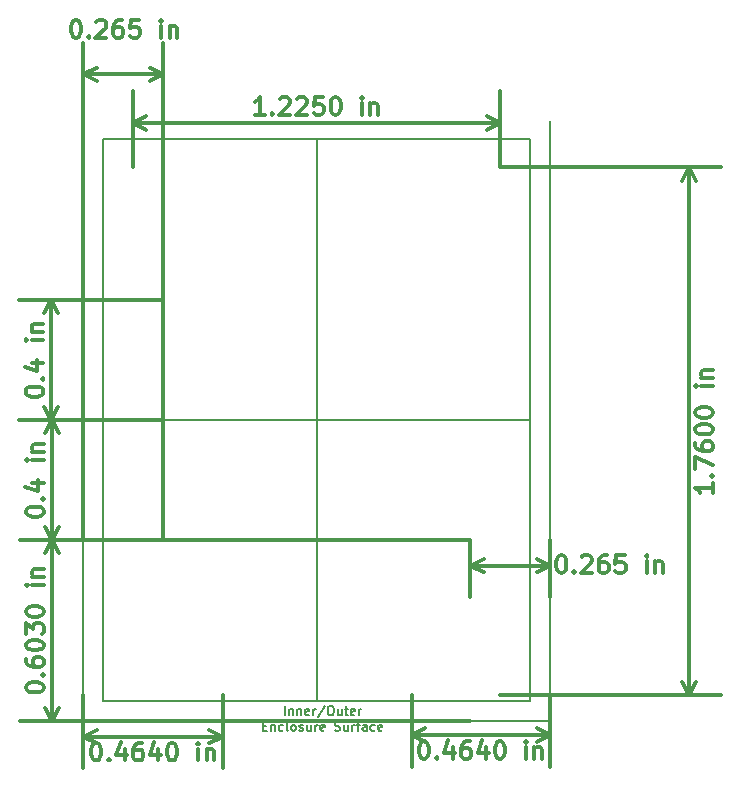
<source format=gbr>
G04 #@! TF.FileFunction,Drawing*
%FSLAX46Y46*%
G04 Gerber Fmt 4.6, Leading zero omitted, Abs format (unit mm)*
G04 Created by KiCad (PCBNEW 4.0.4-stable) date Sunday, February 26, 2017 'PMt' 06:01:27 PM*
%MOMM*%
%LPD*%
G01*
G04 APERTURE LIST*
%ADD10C,0.100000*%
%ADD11C,0.300000*%
%ADD12C,0.150000*%
%ADD13C,0.190500*%
G04 APERTURE END LIST*
D10*
D11*
X124650229Y-40732971D02*
X124793086Y-40732971D01*
X124935943Y-40804400D01*
X125007372Y-40875829D01*
X125078801Y-41018686D01*
X125150229Y-41304400D01*
X125150229Y-41661543D01*
X125078801Y-41947257D01*
X125007372Y-42090114D01*
X124935943Y-42161543D01*
X124793086Y-42232971D01*
X124650229Y-42232971D01*
X124507372Y-42161543D01*
X124435943Y-42090114D01*
X124364515Y-41947257D01*
X124293086Y-41661543D01*
X124293086Y-41304400D01*
X124364515Y-41018686D01*
X124435943Y-40875829D01*
X124507372Y-40804400D01*
X124650229Y-40732971D01*
X125793086Y-42090114D02*
X125864514Y-42161543D01*
X125793086Y-42232971D01*
X125721657Y-42161543D01*
X125793086Y-42090114D01*
X125793086Y-42232971D01*
X126435943Y-40875829D02*
X126507372Y-40804400D01*
X126650229Y-40732971D01*
X127007372Y-40732971D01*
X127150229Y-40804400D01*
X127221658Y-40875829D01*
X127293086Y-41018686D01*
X127293086Y-41161543D01*
X127221658Y-41375829D01*
X126364515Y-42232971D01*
X127293086Y-42232971D01*
X128578800Y-40732971D02*
X128293086Y-40732971D01*
X128150229Y-40804400D01*
X128078800Y-40875829D01*
X127935943Y-41090114D01*
X127864514Y-41375829D01*
X127864514Y-41947257D01*
X127935943Y-42090114D01*
X128007371Y-42161543D01*
X128150229Y-42232971D01*
X128435943Y-42232971D01*
X128578800Y-42161543D01*
X128650229Y-42090114D01*
X128721657Y-41947257D01*
X128721657Y-41590114D01*
X128650229Y-41447257D01*
X128578800Y-41375829D01*
X128435943Y-41304400D01*
X128150229Y-41304400D01*
X128007371Y-41375829D01*
X127935943Y-41447257D01*
X127864514Y-41590114D01*
X130078800Y-40732971D02*
X129364514Y-40732971D01*
X129293085Y-41447257D01*
X129364514Y-41375829D01*
X129507371Y-41304400D01*
X129864514Y-41304400D01*
X130007371Y-41375829D01*
X130078800Y-41447257D01*
X130150228Y-41590114D01*
X130150228Y-41947257D01*
X130078800Y-42090114D01*
X130007371Y-42161543D01*
X129864514Y-42232971D01*
X129507371Y-42232971D01*
X129364514Y-42161543D01*
X129293085Y-42090114D01*
X131935942Y-42232971D02*
X131935942Y-41232971D01*
X131935942Y-40732971D02*
X131864513Y-40804400D01*
X131935942Y-40875829D01*
X132007370Y-40804400D01*
X131935942Y-40732971D01*
X131935942Y-40875829D01*
X132650228Y-41232971D02*
X132650228Y-42232971D01*
X132650228Y-41375829D02*
X132721656Y-41304400D01*
X132864514Y-41232971D01*
X133078799Y-41232971D01*
X133221656Y-41304400D01*
X133293085Y-41447257D01*
X133293085Y-42232971D01*
X125349000Y-45339000D02*
X132080000Y-45339000D01*
X125349000Y-84759800D02*
X125349000Y-42639000D01*
X132080000Y-84759800D02*
X132080000Y-42639000D01*
X132080000Y-45339000D02*
X130953496Y-45925421D01*
X132080000Y-45339000D02*
X130953496Y-44752579D01*
X125349000Y-45339000D02*
X126475504Y-45925421D01*
X125349000Y-45339000D02*
X126475504Y-44752579D01*
X140704644Y-48756971D02*
X139847501Y-48756971D01*
X140276073Y-48756971D02*
X140276073Y-47256971D01*
X140133216Y-47471257D01*
X139990358Y-47614114D01*
X139847501Y-47685543D01*
X141347501Y-48614114D02*
X141418929Y-48685543D01*
X141347501Y-48756971D01*
X141276072Y-48685543D01*
X141347501Y-48614114D01*
X141347501Y-48756971D01*
X141990358Y-47399829D02*
X142061787Y-47328400D01*
X142204644Y-47256971D01*
X142561787Y-47256971D01*
X142704644Y-47328400D01*
X142776073Y-47399829D01*
X142847501Y-47542686D01*
X142847501Y-47685543D01*
X142776073Y-47899829D01*
X141918930Y-48756971D01*
X142847501Y-48756971D01*
X143418929Y-47399829D02*
X143490358Y-47328400D01*
X143633215Y-47256971D01*
X143990358Y-47256971D01*
X144133215Y-47328400D01*
X144204644Y-47399829D01*
X144276072Y-47542686D01*
X144276072Y-47685543D01*
X144204644Y-47899829D01*
X143347501Y-48756971D01*
X144276072Y-48756971D01*
X145633215Y-47256971D02*
X144918929Y-47256971D01*
X144847500Y-47971257D01*
X144918929Y-47899829D01*
X145061786Y-47828400D01*
X145418929Y-47828400D01*
X145561786Y-47899829D01*
X145633215Y-47971257D01*
X145704643Y-48114114D01*
X145704643Y-48471257D01*
X145633215Y-48614114D01*
X145561786Y-48685543D01*
X145418929Y-48756971D01*
X145061786Y-48756971D01*
X144918929Y-48685543D01*
X144847500Y-48614114D01*
X146633214Y-47256971D02*
X146776071Y-47256971D01*
X146918928Y-47328400D01*
X146990357Y-47399829D01*
X147061786Y-47542686D01*
X147133214Y-47828400D01*
X147133214Y-48185543D01*
X147061786Y-48471257D01*
X146990357Y-48614114D01*
X146918928Y-48685543D01*
X146776071Y-48756971D01*
X146633214Y-48756971D01*
X146490357Y-48685543D01*
X146418928Y-48614114D01*
X146347500Y-48471257D01*
X146276071Y-48185543D01*
X146276071Y-47828400D01*
X146347500Y-47542686D01*
X146418928Y-47399829D01*
X146490357Y-47328400D01*
X146633214Y-47256971D01*
X148918928Y-48756971D02*
X148918928Y-47756971D01*
X148918928Y-47256971D02*
X148847499Y-47328400D01*
X148918928Y-47399829D01*
X148990356Y-47328400D01*
X148918928Y-47256971D01*
X148918928Y-47399829D01*
X149633214Y-47756971D02*
X149633214Y-48756971D01*
X149633214Y-47899829D02*
X149704642Y-47828400D01*
X149847500Y-47756971D01*
X150061785Y-47756971D01*
X150204642Y-47828400D01*
X150276071Y-47971257D01*
X150276071Y-48756971D01*
X129540000Y-49428400D02*
X160655000Y-49428400D01*
X129540000Y-53213000D02*
X129540000Y-46728400D01*
X160655000Y-53213000D02*
X160655000Y-46728400D01*
X160655000Y-49428400D02*
X159528496Y-50014821D01*
X160655000Y-49428400D02*
X159528496Y-48841979D01*
X129540000Y-49428400D02*
X130666504Y-50014821D01*
X129540000Y-49428400D02*
X130666504Y-48841979D01*
X178660171Y-79957856D02*
X178660171Y-80814999D01*
X178660171Y-80386427D02*
X177160171Y-80386427D01*
X177374457Y-80529284D01*
X177517314Y-80672142D01*
X177588743Y-80814999D01*
X178517314Y-79314999D02*
X178588743Y-79243571D01*
X178660171Y-79314999D01*
X178588743Y-79386428D01*
X178517314Y-79314999D01*
X178660171Y-79314999D01*
X177160171Y-78743570D02*
X177160171Y-77743570D01*
X178660171Y-78386427D01*
X177160171Y-76529285D02*
X177160171Y-76814999D01*
X177231600Y-76957856D01*
X177303029Y-77029285D01*
X177517314Y-77172142D01*
X177803029Y-77243571D01*
X178374457Y-77243571D01*
X178517314Y-77172142D01*
X178588743Y-77100714D01*
X178660171Y-76957856D01*
X178660171Y-76672142D01*
X178588743Y-76529285D01*
X178517314Y-76457856D01*
X178374457Y-76386428D01*
X178017314Y-76386428D01*
X177874457Y-76457856D01*
X177803029Y-76529285D01*
X177731600Y-76672142D01*
X177731600Y-76957856D01*
X177803029Y-77100714D01*
X177874457Y-77172142D01*
X178017314Y-77243571D01*
X177160171Y-75457857D02*
X177160171Y-75315000D01*
X177231600Y-75172143D01*
X177303029Y-75100714D01*
X177445886Y-75029285D01*
X177731600Y-74957857D01*
X178088743Y-74957857D01*
X178374457Y-75029285D01*
X178517314Y-75100714D01*
X178588743Y-75172143D01*
X178660171Y-75315000D01*
X178660171Y-75457857D01*
X178588743Y-75600714D01*
X178517314Y-75672143D01*
X178374457Y-75743571D01*
X178088743Y-75815000D01*
X177731600Y-75815000D01*
X177445886Y-75743571D01*
X177303029Y-75672143D01*
X177231600Y-75600714D01*
X177160171Y-75457857D01*
X177160171Y-74029286D02*
X177160171Y-73886429D01*
X177231600Y-73743572D01*
X177303029Y-73672143D01*
X177445886Y-73600714D01*
X177731600Y-73529286D01*
X178088743Y-73529286D01*
X178374457Y-73600714D01*
X178517314Y-73672143D01*
X178588743Y-73743572D01*
X178660171Y-73886429D01*
X178660171Y-74029286D01*
X178588743Y-74172143D01*
X178517314Y-74243572D01*
X178374457Y-74315000D01*
X178088743Y-74386429D01*
X177731600Y-74386429D01*
X177445886Y-74315000D01*
X177303029Y-74243572D01*
X177231600Y-74172143D01*
X177160171Y-74029286D01*
X178660171Y-71743572D02*
X177660171Y-71743572D01*
X177160171Y-71743572D02*
X177231600Y-71815001D01*
X177303029Y-71743572D01*
X177231600Y-71672144D01*
X177160171Y-71743572D01*
X177303029Y-71743572D01*
X177660171Y-71029286D02*
X178660171Y-71029286D01*
X177803029Y-71029286D02*
X177731600Y-70957858D01*
X177660171Y-70815000D01*
X177660171Y-70600715D01*
X177731600Y-70457858D01*
X177874457Y-70386429D01*
X178660171Y-70386429D01*
X176631600Y-97917000D02*
X176631600Y-53213000D01*
X160655000Y-97917000D02*
X179331600Y-97917000D01*
X160655000Y-53213000D02*
X179331600Y-53213000D01*
X176631600Y-53213000D02*
X177218021Y-54339504D01*
X176631600Y-53213000D02*
X176045179Y-54339504D01*
X176631600Y-97917000D02*
X177218021Y-96790496D01*
X176631600Y-97917000D02*
X176045179Y-96790496D01*
X154111144Y-101798371D02*
X154254001Y-101798371D01*
X154396858Y-101869800D01*
X154468287Y-101941229D01*
X154539716Y-102084086D01*
X154611144Y-102369800D01*
X154611144Y-102726943D01*
X154539716Y-103012657D01*
X154468287Y-103155514D01*
X154396858Y-103226943D01*
X154254001Y-103298371D01*
X154111144Y-103298371D01*
X153968287Y-103226943D01*
X153896858Y-103155514D01*
X153825430Y-103012657D01*
X153754001Y-102726943D01*
X153754001Y-102369800D01*
X153825430Y-102084086D01*
X153896858Y-101941229D01*
X153968287Y-101869800D01*
X154111144Y-101798371D01*
X155254001Y-103155514D02*
X155325429Y-103226943D01*
X155254001Y-103298371D01*
X155182572Y-103226943D01*
X155254001Y-103155514D01*
X155254001Y-103298371D01*
X156611144Y-102298371D02*
X156611144Y-103298371D01*
X156254001Y-101726943D02*
X155896858Y-102798371D01*
X156825430Y-102798371D01*
X158039715Y-101798371D02*
X157754001Y-101798371D01*
X157611144Y-101869800D01*
X157539715Y-101941229D01*
X157396858Y-102155514D01*
X157325429Y-102441229D01*
X157325429Y-103012657D01*
X157396858Y-103155514D01*
X157468286Y-103226943D01*
X157611144Y-103298371D01*
X157896858Y-103298371D01*
X158039715Y-103226943D01*
X158111144Y-103155514D01*
X158182572Y-103012657D01*
X158182572Y-102655514D01*
X158111144Y-102512657D01*
X158039715Y-102441229D01*
X157896858Y-102369800D01*
X157611144Y-102369800D01*
X157468286Y-102441229D01*
X157396858Y-102512657D01*
X157325429Y-102655514D01*
X159468286Y-102298371D02*
X159468286Y-103298371D01*
X159111143Y-101726943D02*
X158754000Y-102798371D01*
X159682572Y-102798371D01*
X160539714Y-101798371D02*
X160682571Y-101798371D01*
X160825428Y-101869800D01*
X160896857Y-101941229D01*
X160968286Y-102084086D01*
X161039714Y-102369800D01*
X161039714Y-102726943D01*
X160968286Y-103012657D01*
X160896857Y-103155514D01*
X160825428Y-103226943D01*
X160682571Y-103298371D01*
X160539714Y-103298371D01*
X160396857Y-103226943D01*
X160325428Y-103155514D01*
X160254000Y-103012657D01*
X160182571Y-102726943D01*
X160182571Y-102369800D01*
X160254000Y-102084086D01*
X160325428Y-101941229D01*
X160396857Y-101869800D01*
X160539714Y-101798371D01*
X162825428Y-103298371D02*
X162825428Y-102298371D01*
X162825428Y-101798371D02*
X162753999Y-101869800D01*
X162825428Y-101941229D01*
X162896856Y-101869800D01*
X162825428Y-101798371D01*
X162825428Y-101941229D01*
X163539714Y-102298371D02*
X163539714Y-103298371D01*
X163539714Y-102441229D02*
X163611142Y-102369800D01*
X163754000Y-102298371D01*
X163968285Y-102298371D01*
X164111142Y-102369800D01*
X164182571Y-102512657D01*
X164182571Y-103298371D01*
X153162000Y-101269800D02*
X164846000Y-101269800D01*
X153162000Y-97917000D02*
X153162000Y-103969800D01*
X164846000Y-97917000D02*
X164846000Y-103969800D01*
X164846000Y-101269800D02*
X163719496Y-101856221D01*
X164846000Y-101269800D02*
X163719496Y-100683379D01*
X153162000Y-101269800D02*
X154288504Y-101856221D01*
X153162000Y-101269800D02*
X154288504Y-100683379D01*
X126348944Y-101925371D02*
X126491801Y-101925371D01*
X126634658Y-101996800D01*
X126706087Y-102068229D01*
X126777516Y-102211086D01*
X126848944Y-102496800D01*
X126848944Y-102853943D01*
X126777516Y-103139657D01*
X126706087Y-103282514D01*
X126634658Y-103353943D01*
X126491801Y-103425371D01*
X126348944Y-103425371D01*
X126206087Y-103353943D01*
X126134658Y-103282514D01*
X126063230Y-103139657D01*
X125991801Y-102853943D01*
X125991801Y-102496800D01*
X126063230Y-102211086D01*
X126134658Y-102068229D01*
X126206087Y-101996800D01*
X126348944Y-101925371D01*
X127491801Y-103282514D02*
X127563229Y-103353943D01*
X127491801Y-103425371D01*
X127420372Y-103353943D01*
X127491801Y-103282514D01*
X127491801Y-103425371D01*
X128848944Y-102425371D02*
X128848944Y-103425371D01*
X128491801Y-101853943D02*
X128134658Y-102925371D01*
X129063230Y-102925371D01*
X130277515Y-101925371D02*
X129991801Y-101925371D01*
X129848944Y-101996800D01*
X129777515Y-102068229D01*
X129634658Y-102282514D01*
X129563229Y-102568229D01*
X129563229Y-103139657D01*
X129634658Y-103282514D01*
X129706086Y-103353943D01*
X129848944Y-103425371D01*
X130134658Y-103425371D01*
X130277515Y-103353943D01*
X130348944Y-103282514D01*
X130420372Y-103139657D01*
X130420372Y-102782514D01*
X130348944Y-102639657D01*
X130277515Y-102568229D01*
X130134658Y-102496800D01*
X129848944Y-102496800D01*
X129706086Y-102568229D01*
X129634658Y-102639657D01*
X129563229Y-102782514D01*
X131706086Y-102425371D02*
X131706086Y-103425371D01*
X131348943Y-101853943D02*
X130991800Y-102925371D01*
X131920372Y-102925371D01*
X132777514Y-101925371D02*
X132920371Y-101925371D01*
X133063228Y-101996800D01*
X133134657Y-102068229D01*
X133206086Y-102211086D01*
X133277514Y-102496800D01*
X133277514Y-102853943D01*
X133206086Y-103139657D01*
X133134657Y-103282514D01*
X133063228Y-103353943D01*
X132920371Y-103425371D01*
X132777514Y-103425371D01*
X132634657Y-103353943D01*
X132563228Y-103282514D01*
X132491800Y-103139657D01*
X132420371Y-102853943D01*
X132420371Y-102496800D01*
X132491800Y-102211086D01*
X132563228Y-102068229D01*
X132634657Y-101996800D01*
X132777514Y-101925371D01*
X135063228Y-103425371D02*
X135063228Y-102425371D01*
X135063228Y-101925371D02*
X134991799Y-101996800D01*
X135063228Y-102068229D01*
X135134656Y-101996800D01*
X135063228Y-101925371D01*
X135063228Y-102068229D01*
X135777514Y-102425371D02*
X135777514Y-103425371D01*
X135777514Y-102568229D02*
X135848942Y-102496800D01*
X135991800Y-102425371D01*
X136206085Y-102425371D01*
X136348942Y-102496800D01*
X136420371Y-102639657D01*
X136420371Y-103425371D01*
X137134600Y-101396800D02*
X125349000Y-101396800D01*
X137134600Y-97917000D02*
X137134600Y-104096800D01*
X125349000Y-97917000D02*
X125349000Y-104096800D01*
X125349000Y-101396800D02*
X126475504Y-100810379D01*
X125349000Y-101396800D02*
X126475504Y-101983221D01*
X137134600Y-101396800D02*
X136008096Y-100810379D01*
X137134600Y-101396800D02*
X136008096Y-101983221D01*
X120485171Y-97310756D02*
X120485171Y-97167899D01*
X120556600Y-97025042D01*
X120628029Y-96953613D01*
X120770886Y-96882184D01*
X121056600Y-96810756D01*
X121413743Y-96810756D01*
X121699457Y-96882184D01*
X121842314Y-96953613D01*
X121913743Y-97025042D01*
X121985171Y-97167899D01*
X121985171Y-97310756D01*
X121913743Y-97453613D01*
X121842314Y-97525042D01*
X121699457Y-97596470D01*
X121413743Y-97667899D01*
X121056600Y-97667899D01*
X120770886Y-97596470D01*
X120628029Y-97525042D01*
X120556600Y-97453613D01*
X120485171Y-97310756D01*
X121842314Y-96167899D02*
X121913743Y-96096471D01*
X121985171Y-96167899D01*
X121913743Y-96239328D01*
X121842314Y-96167899D01*
X121985171Y-96167899D01*
X120485171Y-94810756D02*
X120485171Y-95096470D01*
X120556600Y-95239327D01*
X120628029Y-95310756D01*
X120842314Y-95453613D01*
X121128029Y-95525042D01*
X121699457Y-95525042D01*
X121842314Y-95453613D01*
X121913743Y-95382185D01*
X121985171Y-95239327D01*
X121985171Y-94953613D01*
X121913743Y-94810756D01*
X121842314Y-94739327D01*
X121699457Y-94667899D01*
X121342314Y-94667899D01*
X121199457Y-94739327D01*
X121128029Y-94810756D01*
X121056600Y-94953613D01*
X121056600Y-95239327D01*
X121128029Y-95382185D01*
X121199457Y-95453613D01*
X121342314Y-95525042D01*
X120485171Y-93739328D02*
X120485171Y-93596471D01*
X120556600Y-93453614D01*
X120628029Y-93382185D01*
X120770886Y-93310756D01*
X121056600Y-93239328D01*
X121413743Y-93239328D01*
X121699457Y-93310756D01*
X121842314Y-93382185D01*
X121913743Y-93453614D01*
X121985171Y-93596471D01*
X121985171Y-93739328D01*
X121913743Y-93882185D01*
X121842314Y-93953614D01*
X121699457Y-94025042D01*
X121413743Y-94096471D01*
X121056600Y-94096471D01*
X120770886Y-94025042D01*
X120628029Y-93953614D01*
X120556600Y-93882185D01*
X120485171Y-93739328D01*
X120485171Y-92739328D02*
X120485171Y-91810757D01*
X121056600Y-92310757D01*
X121056600Y-92096471D01*
X121128029Y-91953614D01*
X121199457Y-91882185D01*
X121342314Y-91810757D01*
X121699457Y-91810757D01*
X121842314Y-91882185D01*
X121913743Y-91953614D01*
X121985171Y-92096471D01*
X121985171Y-92525043D01*
X121913743Y-92667900D01*
X121842314Y-92739328D01*
X120485171Y-90882186D02*
X120485171Y-90739329D01*
X120556600Y-90596472D01*
X120628029Y-90525043D01*
X120770886Y-90453614D01*
X121056600Y-90382186D01*
X121413743Y-90382186D01*
X121699457Y-90453614D01*
X121842314Y-90525043D01*
X121913743Y-90596472D01*
X121985171Y-90739329D01*
X121985171Y-90882186D01*
X121913743Y-91025043D01*
X121842314Y-91096472D01*
X121699457Y-91167900D01*
X121413743Y-91239329D01*
X121056600Y-91239329D01*
X120770886Y-91167900D01*
X120628029Y-91096472D01*
X120556600Y-91025043D01*
X120485171Y-90882186D01*
X121985171Y-88596472D02*
X120985171Y-88596472D01*
X120485171Y-88596472D02*
X120556600Y-88667901D01*
X120628029Y-88596472D01*
X120556600Y-88525044D01*
X120485171Y-88596472D01*
X120628029Y-88596472D01*
X120985171Y-87882186D02*
X121985171Y-87882186D01*
X121128029Y-87882186D02*
X121056600Y-87810758D01*
X120985171Y-87667900D01*
X120985171Y-87453615D01*
X121056600Y-87310758D01*
X121199457Y-87239329D01*
X121985171Y-87239329D01*
X122656600Y-100076000D02*
X122656600Y-84759800D01*
X158115000Y-100076000D02*
X119956600Y-100076000D01*
X158115000Y-84759800D02*
X119956600Y-84759800D01*
X122656600Y-84759800D02*
X123243021Y-85886304D01*
X122656600Y-84759800D02*
X122070179Y-85886304D01*
X122656600Y-100076000D02*
X123243021Y-98949496D01*
X122656600Y-100076000D02*
X122070179Y-98949496D01*
X120459771Y-72269800D02*
X120459771Y-72126943D01*
X120531200Y-71984086D01*
X120602629Y-71912657D01*
X120745486Y-71841228D01*
X121031200Y-71769800D01*
X121388343Y-71769800D01*
X121674057Y-71841228D01*
X121816914Y-71912657D01*
X121888343Y-71984086D01*
X121959771Y-72126943D01*
X121959771Y-72269800D01*
X121888343Y-72412657D01*
X121816914Y-72484086D01*
X121674057Y-72555514D01*
X121388343Y-72626943D01*
X121031200Y-72626943D01*
X120745486Y-72555514D01*
X120602629Y-72484086D01*
X120531200Y-72412657D01*
X120459771Y-72269800D01*
X121816914Y-71126943D02*
X121888343Y-71055515D01*
X121959771Y-71126943D01*
X121888343Y-71198372D01*
X121816914Y-71126943D01*
X121959771Y-71126943D01*
X120959771Y-69769800D02*
X121959771Y-69769800D01*
X120388343Y-70126943D02*
X121459771Y-70484086D01*
X121459771Y-69555514D01*
X121959771Y-67841229D02*
X120959771Y-67841229D01*
X120459771Y-67841229D02*
X120531200Y-67912658D01*
X120602629Y-67841229D01*
X120531200Y-67769801D01*
X120459771Y-67841229D01*
X120602629Y-67841229D01*
X120959771Y-67126943D02*
X121959771Y-67126943D01*
X121102629Y-67126943D02*
X121031200Y-67055515D01*
X120959771Y-66912657D01*
X120959771Y-66698372D01*
X121031200Y-66555515D01*
X121174057Y-66484086D01*
X121959771Y-66484086D01*
X122631200Y-74599800D02*
X122631200Y-64439800D01*
X132080000Y-74599800D02*
X119931200Y-74599800D01*
X132080000Y-64439800D02*
X119931200Y-64439800D01*
X122631200Y-64439800D02*
X123217621Y-65566304D01*
X122631200Y-64439800D02*
X122044779Y-65566304D01*
X122631200Y-74599800D02*
X123217621Y-73473296D01*
X122631200Y-74599800D02*
X122044779Y-73473296D01*
X120510571Y-82429800D02*
X120510571Y-82286943D01*
X120582000Y-82144086D01*
X120653429Y-82072657D01*
X120796286Y-82001228D01*
X121082000Y-81929800D01*
X121439143Y-81929800D01*
X121724857Y-82001228D01*
X121867714Y-82072657D01*
X121939143Y-82144086D01*
X122010571Y-82286943D01*
X122010571Y-82429800D01*
X121939143Y-82572657D01*
X121867714Y-82644086D01*
X121724857Y-82715514D01*
X121439143Y-82786943D01*
X121082000Y-82786943D01*
X120796286Y-82715514D01*
X120653429Y-82644086D01*
X120582000Y-82572657D01*
X120510571Y-82429800D01*
X121867714Y-81286943D02*
X121939143Y-81215515D01*
X122010571Y-81286943D01*
X121939143Y-81358372D01*
X121867714Y-81286943D01*
X122010571Y-81286943D01*
X121010571Y-79929800D02*
X122010571Y-79929800D01*
X120439143Y-80286943D02*
X121510571Y-80644086D01*
X121510571Y-79715514D01*
X122010571Y-78001229D02*
X121010571Y-78001229D01*
X120510571Y-78001229D02*
X120582000Y-78072658D01*
X120653429Y-78001229D01*
X120582000Y-77929801D01*
X120510571Y-78001229D01*
X120653429Y-78001229D01*
X121010571Y-77286943D02*
X122010571Y-77286943D01*
X121153429Y-77286943D02*
X121082000Y-77215515D01*
X121010571Y-77072657D01*
X121010571Y-76858372D01*
X121082000Y-76715515D01*
X121224857Y-76644086D01*
X122010571Y-76644086D01*
X122682000Y-84759800D02*
X122682000Y-74599800D01*
X132080000Y-84759800D02*
X119982000Y-84759800D01*
X132080000Y-74599800D02*
X119982000Y-74599800D01*
X122682000Y-74599800D02*
X123268421Y-75726304D01*
X122682000Y-74599800D02*
X122095579Y-75726304D01*
X122682000Y-84759800D02*
X123268421Y-83633296D01*
X122682000Y-84759800D02*
X122095579Y-83633296D01*
X165747429Y-86046571D02*
X165890286Y-86046571D01*
X166033143Y-86118000D01*
X166104572Y-86189429D01*
X166176001Y-86332286D01*
X166247429Y-86618000D01*
X166247429Y-86975143D01*
X166176001Y-87260857D01*
X166104572Y-87403714D01*
X166033143Y-87475143D01*
X165890286Y-87546571D01*
X165747429Y-87546571D01*
X165604572Y-87475143D01*
X165533143Y-87403714D01*
X165461715Y-87260857D01*
X165390286Y-86975143D01*
X165390286Y-86618000D01*
X165461715Y-86332286D01*
X165533143Y-86189429D01*
X165604572Y-86118000D01*
X165747429Y-86046571D01*
X166890286Y-87403714D02*
X166961714Y-87475143D01*
X166890286Y-87546571D01*
X166818857Y-87475143D01*
X166890286Y-87403714D01*
X166890286Y-87546571D01*
X167533143Y-86189429D02*
X167604572Y-86118000D01*
X167747429Y-86046571D01*
X168104572Y-86046571D01*
X168247429Y-86118000D01*
X168318858Y-86189429D01*
X168390286Y-86332286D01*
X168390286Y-86475143D01*
X168318858Y-86689429D01*
X167461715Y-87546571D01*
X168390286Y-87546571D01*
X169676000Y-86046571D02*
X169390286Y-86046571D01*
X169247429Y-86118000D01*
X169176000Y-86189429D01*
X169033143Y-86403714D01*
X168961714Y-86689429D01*
X168961714Y-87260857D01*
X169033143Y-87403714D01*
X169104571Y-87475143D01*
X169247429Y-87546571D01*
X169533143Y-87546571D01*
X169676000Y-87475143D01*
X169747429Y-87403714D01*
X169818857Y-87260857D01*
X169818857Y-86903714D01*
X169747429Y-86760857D01*
X169676000Y-86689429D01*
X169533143Y-86618000D01*
X169247429Y-86618000D01*
X169104571Y-86689429D01*
X169033143Y-86760857D01*
X168961714Y-86903714D01*
X171176000Y-86046571D02*
X170461714Y-86046571D01*
X170390285Y-86760857D01*
X170461714Y-86689429D01*
X170604571Y-86618000D01*
X170961714Y-86618000D01*
X171104571Y-86689429D01*
X171176000Y-86760857D01*
X171247428Y-86903714D01*
X171247428Y-87260857D01*
X171176000Y-87403714D01*
X171104571Y-87475143D01*
X170961714Y-87546571D01*
X170604571Y-87546571D01*
X170461714Y-87475143D01*
X170390285Y-87403714D01*
X173033142Y-87546571D02*
X173033142Y-86546571D01*
X173033142Y-86046571D02*
X172961713Y-86118000D01*
X173033142Y-86189429D01*
X173104570Y-86118000D01*
X173033142Y-86046571D01*
X173033142Y-86189429D01*
X173747428Y-86546571D02*
X173747428Y-87546571D01*
X173747428Y-86689429D02*
X173818856Y-86618000D01*
X173961714Y-86546571D01*
X174175999Y-86546571D01*
X174318856Y-86618000D01*
X174390285Y-86760857D01*
X174390285Y-87546571D01*
X158115000Y-86918800D02*
X164846000Y-86918800D01*
X158115000Y-84759800D02*
X158115000Y-89618800D01*
X164846000Y-84759800D02*
X164846000Y-89618800D01*
X164846000Y-86918800D02*
X163719496Y-87505221D01*
X164846000Y-86918800D02*
X163719496Y-86332379D01*
X158115000Y-86918800D02*
X159241504Y-87505221D01*
X158115000Y-86918800D02*
X159241504Y-86332379D01*
D12*
X164846000Y-49301400D02*
X164846000Y-100076000D01*
X125349000Y-100076000D02*
X125349000Y-48691800D01*
D13*
X142417800Y-99576164D02*
X142417800Y-98814164D01*
X142780657Y-99068164D02*
X142780657Y-99576164D01*
X142780657Y-99140736D02*
X142816942Y-99104450D01*
X142889514Y-99068164D01*
X142998371Y-99068164D01*
X143070942Y-99104450D01*
X143107228Y-99177021D01*
X143107228Y-99576164D01*
X143470086Y-99068164D02*
X143470086Y-99576164D01*
X143470086Y-99140736D02*
X143506371Y-99104450D01*
X143578943Y-99068164D01*
X143687800Y-99068164D01*
X143760371Y-99104450D01*
X143796657Y-99177021D01*
X143796657Y-99576164D01*
X144449800Y-99539879D02*
X144377229Y-99576164D01*
X144232086Y-99576164D01*
X144159515Y-99539879D01*
X144123229Y-99467307D01*
X144123229Y-99177021D01*
X144159515Y-99104450D01*
X144232086Y-99068164D01*
X144377229Y-99068164D01*
X144449800Y-99104450D01*
X144486086Y-99177021D01*
X144486086Y-99249593D01*
X144123229Y-99322164D01*
X144812658Y-99576164D02*
X144812658Y-99068164D01*
X144812658Y-99213307D02*
X144848943Y-99140736D01*
X144885229Y-99104450D01*
X144957800Y-99068164D01*
X145030372Y-99068164D01*
X145828657Y-98777879D02*
X145175514Y-99757593D01*
X146227800Y-98814164D02*
X146372943Y-98814164D01*
X146445515Y-98850450D01*
X146518086Y-98923021D01*
X146554372Y-99068164D01*
X146554372Y-99322164D01*
X146518086Y-99467307D01*
X146445515Y-99539879D01*
X146372943Y-99576164D01*
X146227800Y-99576164D01*
X146155229Y-99539879D01*
X146082658Y-99467307D01*
X146046372Y-99322164D01*
X146046372Y-99068164D01*
X146082658Y-98923021D01*
X146155229Y-98850450D01*
X146227800Y-98814164D01*
X147207515Y-99068164D02*
X147207515Y-99576164D01*
X146880944Y-99068164D02*
X146880944Y-99467307D01*
X146917229Y-99539879D01*
X146989801Y-99576164D01*
X147098658Y-99576164D01*
X147171229Y-99539879D01*
X147207515Y-99503593D01*
X147461515Y-99068164D02*
X147751801Y-99068164D01*
X147570373Y-98814164D02*
X147570373Y-99467307D01*
X147606658Y-99539879D01*
X147679230Y-99576164D01*
X147751801Y-99576164D01*
X148296087Y-99539879D02*
X148223516Y-99576164D01*
X148078373Y-99576164D01*
X148005802Y-99539879D01*
X147969516Y-99467307D01*
X147969516Y-99177021D01*
X148005802Y-99104450D01*
X148078373Y-99068164D01*
X148223516Y-99068164D01*
X148296087Y-99104450D01*
X148332373Y-99177021D01*
X148332373Y-99249593D01*
X147969516Y-99322164D01*
X148658945Y-99576164D02*
X148658945Y-99068164D01*
X148658945Y-99213307D02*
X148695230Y-99140736D01*
X148731516Y-99104450D01*
X148804087Y-99068164D01*
X148876659Y-99068164D01*
X140549085Y-100510521D02*
X140803085Y-100510521D01*
X140911942Y-100909664D02*
X140549085Y-100909664D01*
X140549085Y-100147664D01*
X140911942Y-100147664D01*
X141238514Y-100401664D02*
X141238514Y-100909664D01*
X141238514Y-100474236D02*
X141274799Y-100437950D01*
X141347371Y-100401664D01*
X141456228Y-100401664D01*
X141528799Y-100437950D01*
X141565085Y-100510521D01*
X141565085Y-100909664D01*
X142254514Y-100873379D02*
X142181943Y-100909664D01*
X142036800Y-100909664D01*
X141964228Y-100873379D01*
X141927943Y-100837093D01*
X141891657Y-100764521D01*
X141891657Y-100546807D01*
X141927943Y-100474236D01*
X141964228Y-100437950D01*
X142036800Y-100401664D01*
X142181943Y-100401664D01*
X142254514Y-100437950D01*
X142689943Y-100909664D02*
X142617371Y-100873379D01*
X142581086Y-100800807D01*
X142581086Y-100147664D01*
X143089086Y-100909664D02*
X143016514Y-100873379D01*
X142980229Y-100837093D01*
X142943943Y-100764521D01*
X142943943Y-100546807D01*
X142980229Y-100474236D01*
X143016514Y-100437950D01*
X143089086Y-100401664D01*
X143197943Y-100401664D01*
X143270514Y-100437950D01*
X143306800Y-100474236D01*
X143343086Y-100546807D01*
X143343086Y-100764521D01*
X143306800Y-100837093D01*
X143270514Y-100873379D01*
X143197943Y-100909664D01*
X143089086Y-100909664D01*
X143633372Y-100873379D02*
X143705943Y-100909664D01*
X143851086Y-100909664D01*
X143923658Y-100873379D01*
X143959943Y-100800807D01*
X143959943Y-100764521D01*
X143923658Y-100691950D01*
X143851086Y-100655664D01*
X143742229Y-100655664D01*
X143669658Y-100619379D01*
X143633372Y-100546807D01*
X143633372Y-100510521D01*
X143669658Y-100437950D01*
X143742229Y-100401664D01*
X143851086Y-100401664D01*
X143923658Y-100437950D01*
X144613086Y-100401664D02*
X144613086Y-100909664D01*
X144286515Y-100401664D02*
X144286515Y-100800807D01*
X144322800Y-100873379D01*
X144395372Y-100909664D01*
X144504229Y-100909664D01*
X144576800Y-100873379D01*
X144613086Y-100837093D01*
X144975944Y-100909664D02*
X144975944Y-100401664D01*
X144975944Y-100546807D02*
X145012229Y-100474236D01*
X145048515Y-100437950D01*
X145121086Y-100401664D01*
X145193658Y-100401664D01*
X145737943Y-100873379D02*
X145665372Y-100909664D01*
X145520229Y-100909664D01*
X145447658Y-100873379D01*
X145411372Y-100800807D01*
X145411372Y-100510521D01*
X145447658Y-100437950D01*
X145520229Y-100401664D01*
X145665372Y-100401664D01*
X145737943Y-100437950D01*
X145774229Y-100510521D01*
X145774229Y-100583093D01*
X145411372Y-100655664D01*
X146645086Y-100873379D02*
X146753943Y-100909664D01*
X146935372Y-100909664D01*
X147007943Y-100873379D01*
X147044229Y-100837093D01*
X147080514Y-100764521D01*
X147080514Y-100691950D01*
X147044229Y-100619379D01*
X147007943Y-100583093D01*
X146935372Y-100546807D01*
X146790229Y-100510521D01*
X146717657Y-100474236D01*
X146681372Y-100437950D01*
X146645086Y-100365379D01*
X146645086Y-100292807D01*
X146681372Y-100220236D01*
X146717657Y-100183950D01*
X146790229Y-100147664D01*
X146971657Y-100147664D01*
X147080514Y-100183950D01*
X147733657Y-100401664D02*
X147733657Y-100909664D01*
X147407086Y-100401664D02*
X147407086Y-100800807D01*
X147443371Y-100873379D01*
X147515943Y-100909664D01*
X147624800Y-100909664D01*
X147697371Y-100873379D01*
X147733657Y-100837093D01*
X148096515Y-100909664D02*
X148096515Y-100401664D01*
X148096515Y-100546807D02*
X148132800Y-100474236D01*
X148169086Y-100437950D01*
X148241657Y-100401664D01*
X148314229Y-100401664D01*
X148459371Y-100401664D02*
X148749657Y-100401664D01*
X148568229Y-100909664D02*
X148568229Y-100256521D01*
X148604514Y-100183950D01*
X148677086Y-100147664D01*
X148749657Y-100147664D01*
X149330229Y-100909664D02*
X149330229Y-100510521D01*
X149293943Y-100437950D01*
X149221372Y-100401664D01*
X149076229Y-100401664D01*
X149003658Y-100437950D01*
X149330229Y-100873379D02*
X149257658Y-100909664D01*
X149076229Y-100909664D01*
X149003658Y-100873379D01*
X148967372Y-100800807D01*
X148967372Y-100728236D01*
X149003658Y-100655664D01*
X149076229Y-100619379D01*
X149257658Y-100619379D01*
X149330229Y-100583093D01*
X150019658Y-100873379D02*
X149947087Y-100909664D01*
X149801944Y-100909664D01*
X149729372Y-100873379D01*
X149693087Y-100837093D01*
X149656801Y-100764521D01*
X149656801Y-100546807D01*
X149693087Y-100474236D01*
X149729372Y-100437950D01*
X149801944Y-100401664D01*
X149947087Y-100401664D01*
X150019658Y-100437950D01*
X150636515Y-100873379D02*
X150563944Y-100909664D01*
X150418801Y-100909664D01*
X150346230Y-100873379D01*
X150309944Y-100800807D01*
X150309944Y-100510521D01*
X150346230Y-100437950D01*
X150418801Y-100401664D01*
X150563944Y-100401664D01*
X150636515Y-100437950D01*
X150672801Y-100510521D01*
X150672801Y-100583093D01*
X150309944Y-100655664D01*
D12*
X125349000Y-100076000D02*
X164846000Y-100076000D01*
X127000000Y-74612500D02*
X163195000Y-74612500D01*
X145097500Y-50800000D02*
X145097500Y-98425000D01*
X127000000Y-50800000D02*
X163195000Y-50800000D01*
X163195000Y-98425000D02*
X163195000Y-50800000D01*
X127000000Y-98425000D02*
X163195000Y-98425000D01*
X127000000Y-50800000D02*
X127000000Y-98425000D01*
M02*

</source>
